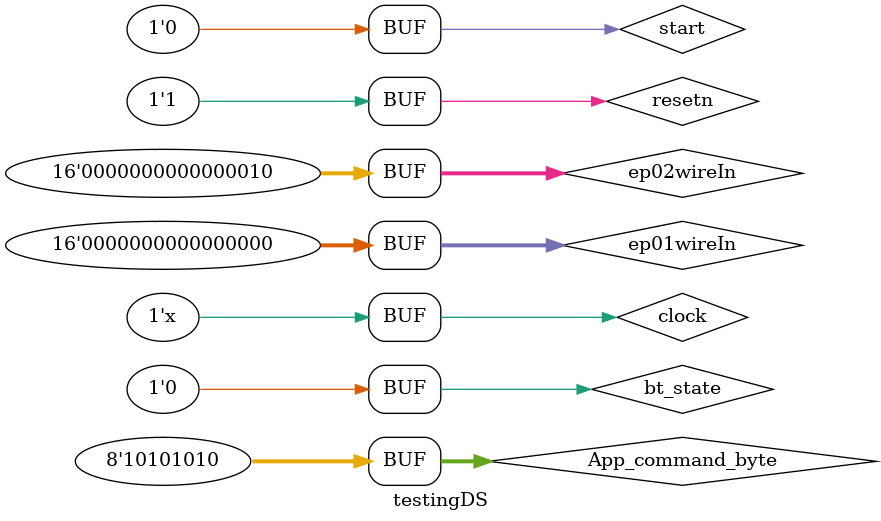
<source format=v>
`timescale 1us / 1ps

module testingDS;

	// Inputs
	reg clock;
	reg resetn;
	reg bt_state;
	reg [15:0] ep01wireIn;
	reg [15:0] ep02wireIn;
	
	parameter uart_cpd = 10'd50;
	parameter uart_timer_cap = 10'd12;
	
	reg [7:0] App_command_byte;
	reg start;

	// Outputs
	wire fpga_txd;
	wire fpga_rxd;
	wire [15:0] ep20wireOut;
	wire [15:0] ep21wireOut;
	wire [15:0] ep22wireOut;
	wire [15:0] ep23wireOut;
	wire [15:0] ep24wireOut;
	wire [15:0] ep25wireOut;
	wire [15:0] ep26wireOut;
	wire [15:0] ep27wireOut;
	wire [15:0] ep28wireOut;
	wire [15:0] ep29wireOut;
	wire [15:0] ep30wireOut;

	// Instantiate the Unit Under Test (UUT)
	FPGA_Bluetooth_connection uut (
		.clock(clock), 
		.bt_state(bt_state),  
		.fpga_txd(fpga_txd), 
		.fpga_rxd(fpga_rxd),
		.uart_cpd(uart_cpd),
		.uart_timer_cap(uart_timer_cap),
		.ep01wireIn(ep01wireIn), 
		.ep02wireIn(ep02wireIn),
		.ep20wireOut(ep20wireOut), 
		.ep21wireOut(ep21wireOut),
		.ep22wireOut(ep22wireOut),
		.ep23wireOut(ep23wireOut),
		.ep24wireOut(ep24wireOut), 
		.ep25wireOut(ep25wireOut),
		.ep26wireOut(ep26wireOut),
		.ep27wireOut(ep27wireOut),
		.ep28wireOut(ep28wireOut),
		.ep29wireOut(ep29wireOut),
		.ep30wireOut(ep30wireOut)
	);
	
	UART_tx santas_little_helper(
			.clk(clock), 
			.resetn(resetn), 
			.start(start), 
			.cycles_per_databit(uart_cpd), 
			.tx_line(fpga_rxd),
			.tx_data(App_command_byte),
			.tx_done(tx_done)
		);
	
	always begin
		#1 clock = !clock;
	end

	initial begin
		// Initialize Inputs
		clock = 0;
		resetn = 0;
		bt_state = 0;
		ep01wireIn = 0;
		ep02wireIn = 0;
		start = 1'b0;
		App_command_byte = 8'h00;

		// Wait 100 us for global reset to finish
		#100;
        
		// Add stimulus here
		#0 resetn = 1'b1;
		#0 ep02wireIn = 16'h0001;
		
		#100 ep02wireIn = 16'h0002;
		
		#200 App_command_byte = 8'h00;
		#200 start = 1'b1;
		#205 start = 1'b0;
		
		#600 App_command_byte = 8'haa;
		#600 start = 1'b1;
		#605 start = 1'b0;
	end
endmodule


</source>
